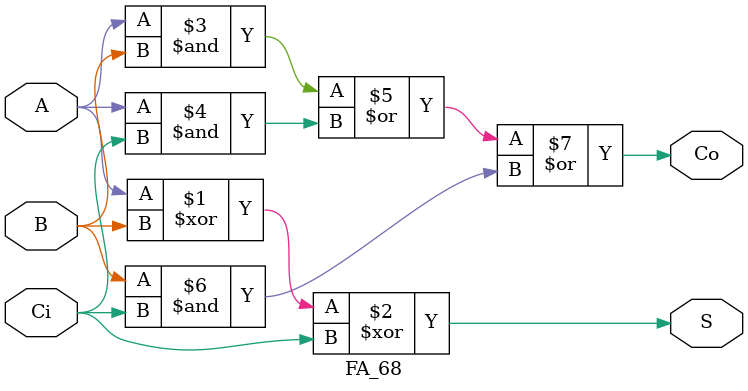
<source format=v>
module RCA_N4_17 ( A, B, Ci, S, Co );
  input [3:0] A;
  input [3:0] B;
  output [3:0] S;
  input Ci;
  output Co;

  wire   [3:1] CTMP;

  FA_71 FAI_1 ( .A(A[0]), .B(B[0]), .Ci(Ci), .S(S[0]), .Co(CTMP[1]) );
  FA_70 FAI_2 ( .A(A[1]), .B(B[1]), .Ci(CTMP[1]), .S(S[1]), .Co(CTMP[2]) );
  FA_69 FAI_3 ( .A(A[2]), .B(B[2]), .Ci(CTMP[2]), .S(S[2]), .Co(CTMP[3]) );
  FA_68 FAI_4 ( .A(A[3]), .B(B[3]), .Ci(CTMP[3]), .S(S[3]), .Co(Co) );
  
endmodule

module FA_71 ( A, B, Ci, S, Co );
  input A, B, Ci;
  output S, Co;
  assign S = A ^ B ^ Ci;
  assign Co = (A & B) | (A & Ci) | (B & Ci);
endmodule

module FA_70 ( A, B, Ci, S, Co );
  input A, B, Ci;
  output S, Co;
  assign S = A ^ B ^ Ci;
  assign Co = (A & B) | (A & Ci) | (B & Ci);
endmodule

module FA_69 ( A, B, Ci, S, Co );
  input A, B, Ci;
  output S, Co;
  assign S = A ^ B ^ Ci;
  assign Co = (A & B) | (A & Ci) | (B & Ci);
endmodule

module FA_68 ( A, B, Ci, S, Co );
  input A, B, Ci;
  output S, Co;
  assign S = A ^ B ^ Ci;
  assign Co = (A & B) | (A & Ci) | (B & Ci);
endmodule
</source>
